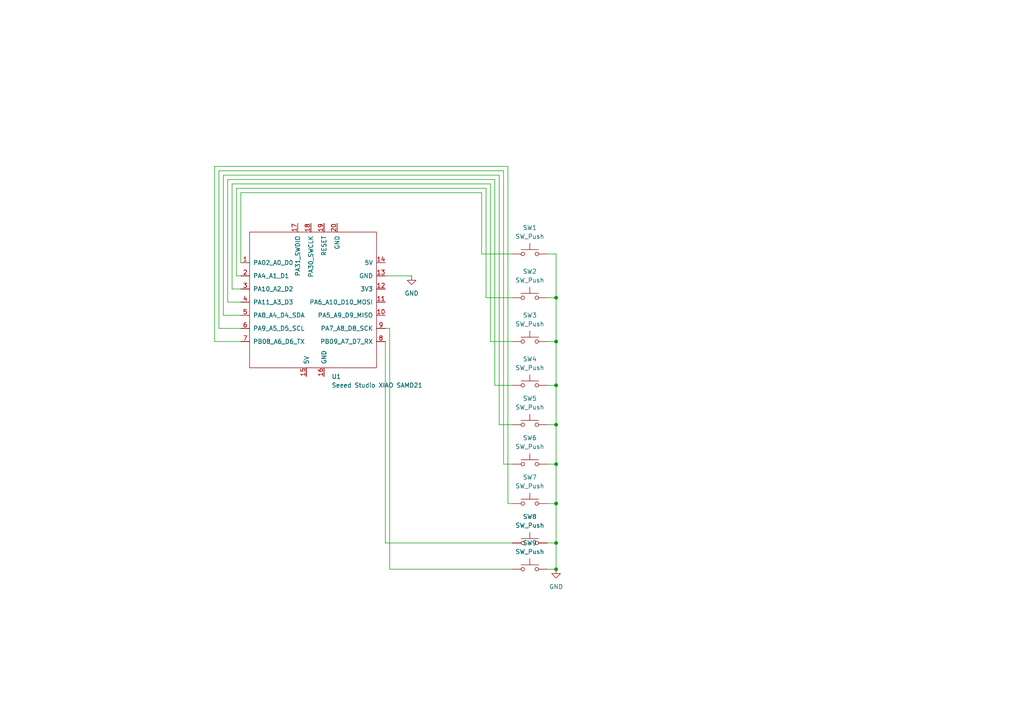
<source format=kicad_sch>
(kicad_sch (version 20231120) (generator "eeschema") (generator_version "8.0")
  (paper "A4")
  (lib_symbols
    (symbol "Seeed:Seeed Studio XIAO SAMD21" (pin_names (offset 1.016))
      (property "Reference" "U" (at -19.05 22.86 0))
      (property "Value" "Seeed Studio XIAO SAMD21" (at -12.7 21.59 0))
      (symbol "Seeed Studio XIAO SAMD21_0_1"
        (rectangle (start -19.05 20.32) (end 17.78 -19.05))
      )
      (symbol "Seeed Studio XIAO SAMD21_1_1"
        (pin unspecified line (at -21.59 11.43 0) (length 2.54) (name "PA02_A0_D0") (number "1"))
        (pin unspecified line (at 20.32 -3.81 180) (length 2.54) (name "PA5_A9_D9_MISO") (number "10"))
        (pin unspecified line (at 20.32 0 180) (length 2.54) (name "PA6_A10_D10_MOSI") (number "11"))
        (pin unspecified line (at 20.32 3.81 180) (length 2.54) (name "3V3") (number "12"))
        (pin unspecified line (at 20.32 7.62 180) (length 2.54) (name "GND") (number "13"))
        (pin unspecified line (at 20.32 11.43 180) (length 2.54) (name "5V") (number "14"))
        (pin input line (at -2.54 -21.59 90) (length 2.54) (name "5V") (number "15"))
        (pin input line (at 2.54 -21.59 90) (length 2.54) (name "GND") (number "16"))
        (pin input line (at -5.08 22.86 270) (length 2.54) (name "PA31_SWDIO") (number "17"))
        (pin input line (at -1.27 22.86 270) (length 2.54) (name "PA30_SWCLK") (number "18"))
        (pin input line (at 2.54 22.86 270) (length 2.54) (name "RESET") (number "19"))
        (pin unspecified line (at -21.59 7.62 0) (length 2.54) (name "PA4_A1_D1") (number "2"))
        (pin input line (at 6.35 22.86 270) (length 2.54) (name "GND") (number "20"))
        (pin unspecified line (at -21.59 3.81 0) (length 2.54) (name "PA10_A2_D2") (number "3"))
        (pin unspecified line (at -21.59 0 0) (length 2.54) (name "PA11_A3_D3") (number "4"))
        (pin unspecified line (at -21.59 -3.81 0) (length 2.54) (name "PA8_A4_D4_SDA") (number "5"))
        (pin unspecified line (at -21.59 -7.62 0) (length 2.54) (name "PA9_A5_D5_SCL") (number "6"))
        (pin unspecified line (at -21.59 -11.43 0) (length 2.54) (name "PB08_A6_D6_TX") (number "7"))
        (pin unspecified line (at 20.32 -11.43 180) (length 2.54) (name "PB09_A7_D7_RX") (number "8"))
        (pin unspecified line (at 20.32 -7.62 180) (length 2.54) (name "PA7_A8_D8_SCK") (number "9"))
      )
    )
    (symbol "Switch:SW_Push" (pin_numbers hide) (pin_names (offset 1.016) hide)
      (property "Reference" "SW" (at 1.27 2.54 0))
      (property "Value" "SW_Push" (at 0 -1.524 0))
      (symbol "SW_Push_0_1"
        (circle (center -2.032 0) (radius 0.508))
        (polyline (pts (xy 0 1.27) (xy 0 3.048)))
        (polyline (pts (xy 2.54 1.27) (xy -2.54 1.27)))
        (circle (center 2.032 0) (radius 0.508))
        (pin passive line (at -5.08 0 0) (length 2.54) (name "1") (number "1"))
        (pin passive line (at 5.08 0 180) (length 2.54) (name "2") (number "2"))
      )
    )
    (symbol "power:GND" (power) (pin_numbers hide) (pin_names (offset 0) hide)
      (property "Value" "GND" (at 0 -3.81 0))
      (symbol "GND_0_1"
        (polyline (pts (xy 0 0) (xy 0 -1.27) (xy 1.27 -1.27) (xy 0 -2.54) (xy -1.27 -1.27) (xy 0 -1.27)))
      )
      (symbol "GND_1_1"
        (pin power_in line (at 0 0 270) (length 0) (name "~") (number "1"))
      )
    )
  )
  (junction (at 161.29 99.06))
  (junction (at 161.29 165.1))
  (junction (at 161.29 134.62))
  (junction (at 161.29 123.19))
  (junction (at 161.29 86.36))
  (junction (at 161.29 157.48))
  (junction (at 161.29 111.76))
  (junction (at 161.29 146.05))
  (wire (pts (xy 158.75 99.06) (xy 161.29 99.06)))
  (wire (pts (xy 158.75 123.19) (xy 161.29 123.19)))
  (wire (pts (xy 158.75 134.62) (xy 161.29 134.62)))
  (wire (pts (xy 158.75 73.66) (xy 161.29 73.66)))
  (wire (pts (xy 146.05 49.53) (xy 146.05 134.62)))
  (wire (pts (xy 161.29 134.62) (xy 161.29 146.05)))
  (wire (pts (xy 67.31 53.34) (xy 142.24 53.34)))
  (wire (pts (xy 62.23 99.06) (xy 62.23 48.26)))
  (wire (pts (xy 158.75 146.05) (xy 161.29 146.05)))
  (wire (pts (xy 139.7 55.88) (xy 139.7 73.66)))
  (wire (pts (xy 142.24 53.34) (xy 142.24 99.06)))
  (wire (pts (xy 161.29 73.66) (xy 161.29 86.36)))
  (wire (pts (xy 158.75 111.76) (xy 161.29 111.76)))
  (wire (pts (xy 69.85 83.82) (xy 67.31 83.82)))
  (wire (pts (xy 67.31 83.82) (xy 67.31 53.34)))
  (wire (pts (xy 143.51 111.76) (xy 148.59 111.76)))
  (wire (pts (xy 69.85 95.25) (xy 63.5 95.25)))
  (wire (pts (xy 66.04 52.07) (xy 143.51 52.07)))
  (wire (pts (xy 66.04 87.63) (xy 66.04 52.07)))
  (wire (pts (xy 161.29 157.48) (xy 158.75 157.48)))
  (wire (pts (xy 140.97 54.61) (xy 140.97 86.36)))
  (wire (pts (xy 68.58 54.61) (xy 140.97 54.61)))
  (wire (pts (xy 113.03 165.1) (xy 148.59 165.1)))
  (wire (pts (xy 69.85 55.88) (xy 139.7 55.88)))
  (wire (pts (xy 68.58 80.01) (xy 68.58 54.61)))
  (wire (pts (xy 144.78 50.8) (xy 144.78 123.19)))
  (wire (pts (xy 161.29 165.1) (xy 161.29 157.48)))
  (wire (pts (xy 69.85 87.63) (xy 66.04 87.63)))
  (wire (pts (xy 64.77 91.44) (xy 64.77 50.8)))
  (wire (pts (xy 143.51 52.07) (xy 143.51 111.76)))
  (wire (pts (xy 113.03 95.25) (xy 113.03 165.1)))
  (wire (pts (xy 69.85 80.01) (xy 68.58 80.01)))
  (wire (pts (xy 62.23 48.26) (xy 147.32 48.26)))
  (wire (pts (xy 146.05 134.62) (xy 148.59 134.62)))
  (wire (pts (xy 142.24 99.06) (xy 148.59 99.06)))
  (wire (pts (xy 69.85 99.06) (xy 62.23 99.06)))
  (wire (pts (xy 69.85 91.44) (xy 64.77 91.44)))
  (wire (pts (xy 161.29 111.76) (xy 161.29 123.19)))
  (wire (pts (xy 64.77 50.8) (xy 144.78 50.8)))
  (wire (pts (xy 161.29 123.19) (xy 161.29 134.62)))
  (wire (pts (xy 111.76 99.06) (xy 111.76 157.48)))
  (wire (pts (xy 111.76 80.01) (xy 119.38 80.01)))
  (wire (pts (xy 161.29 146.05) (xy 161.29 157.48)))
  (wire (pts (xy 158.75 86.36) (xy 161.29 86.36)))
  (wire (pts (xy 63.5 49.53) (xy 146.05 49.53)))
  (wire (pts (xy 63.5 95.25) (xy 63.5 49.53)))
  (wire (pts (xy 69.85 76.2) (xy 69.85 55.88)))
  (wire (pts (xy 161.29 86.36) (xy 161.29 99.06)))
  (wire (pts (xy 140.97 86.36) (xy 148.59 86.36)))
  (wire (pts (xy 111.76 95.25) (xy 113.03 95.25)))
  (wire (pts (xy 144.78 123.19) (xy 148.59 123.19)))
  (wire (pts (xy 111.76 157.48) (xy 148.59 157.48)))
  (wire (pts (xy 139.7 73.66) (xy 148.59 73.66)))
  (wire (pts (xy 147.32 146.05) (xy 148.59 146.05)))
  (wire (pts (xy 147.32 48.26) (xy 147.32 146.05)))
  (wire (pts (xy 161.29 99.06) (xy 161.29 111.76)))
  (wire (pts (xy 158.75 165.1) (xy 161.29 165.1)))
  (symbol (lib_id "Seeed:Seeed Studio XIAO SAMD21") (at 91.44 87.63 0) (unit 1)
    (property "Reference" "U1" (at 96.1741 109.22 0) (effects (justify left)))
    (property "Value" "Seeed Studio XIAO SAMD21" (at 96.1741 111.76 0) (effects (justify left)))
    (property "Footprint" "Seeed:XIAO-RP2040-DIP" (effects (hide yes)))
  )
  (symbol (lib_id "Switch:SW_Push") (at 153.67 99.06 0) (unit 1)
    (property "Reference" "SW3" (at 153.67 91.44 0))
    (property "Value" "SW_Push" (at 153.67 93.98 0))
    (property "Footprint" "Button_Switch_Keyboard:SW_Cherry_MX_1.00u_PCB" (effects (hide yes)))
    (property "Description" "Push button switch, generic, two pins" (effects (hide yes)))
  )
  (symbol (lib_id "Switch:SW_Push") (at 153.67 134.62 0) (unit 1)
    (property "Reference" "SW6" (at 153.67 127 0))
    (property "Value" "SW_Push" (at 153.67 129.54 0))
    (property "Footprint" "Button_Switch_Keyboard:SW_Cherry_MX_1.00u_PCB" (effects (hide yes)))
    (property "Description" "Push button switch, generic, two pins" (effects (hide yes)))
  )
  (symbol (lib_id "Switch:SW_Push") (at 153.67 111.76 0) (unit 1)
    (property "Reference" "SW4" (at 153.67 104.14 0))
    (property "Value" "SW_Push" (at 153.67 106.68 0))
    (property "Footprint" "Button_Switch_Keyboard:SW_Cherry_MX_1.00u_PCB" (effects (hide yes)))
    (property "Description" "Push button switch, generic, two pins" (effects (hide yes)))
  )
  (symbol (lib_id "Switch:SW_Push") (at 153.67 73.66 0) (unit 1)
    (property "Reference" "SW1" (at 153.67 66.04 0))
    (property "Value" "SW_Push" (at 153.67 68.58 0))
    (property "Footprint" "Button_Switch_Keyboard:SW_Cherry_MX_1.00u_PCB" (effects (hide yes)))
    (property "Description" "Push button switch, generic, two pins" (effects (hide yes)))
  )
  (symbol (lib_id "power:GND") (at 119.38 80.01 0) (unit 1)
    (property "Reference" "#PWR01" (effects (hide yes)))
    (property "Value" "GND" (at 119.38 85.09 0))
    (property "Description" "Power symbol creates a global label with name \"GND\" , ground" (effects (hide yes)))
  )
  (symbol (lib_id "Switch:SW_Push") (at 153.67 157.48 0) (unit 1)
    (property "Reference" "SW8" (at 153.67 149.86 0))
    (property "Value" "SW_Push" (at 153.67 152.4 0))
    (property "Footprint" "Button_Switch_Keyboard:SW_Cherry_MX_1.00u_PCB" (effects (hide yes)))
    (property "Description" "Push button switch, generic, two pins" (effects (hide yes)))
  )
  (symbol (lib_id "Switch:SW_Push") (at 153.67 86.36 0) (unit 1)
    (property "Reference" "SW2" (at 153.67 78.74 0))
    (property "Value" "SW_Push" (at 153.67 81.28 0))
    (property "Footprint" "Button_Switch_Keyboard:SW_Cherry_MX_1.00u_PCB" (effects (hide yes)))
    (property "Description" "Push button switch, generic, two pins" (effects (hide yes)))
  )
  (symbol (lib_id "power:GND") (at 161.29 165.1 0) (unit 1)
    (property "Reference" "#PWR02" (effects (hide yes)))
    (property "Value" "GND" (at 161.29 170.18 0))
    (property "Description" "Power symbol creates a global label with name \"GND\" , ground" (effects (hide yes)))
  )
  (symbol (lib_id "Switch:SW_Push") (at 153.67 123.19 0) (unit 1)
    (property "Reference" "SW5" (at 153.67 115.57 0))
    (property "Value" "SW_Push" (at 153.67 118.11 0))
    (property "Footprint" "Button_Switch_Keyboard:SW_Cherry_MX_1.00u_PCB" (effects (hide yes)))
    (property "Description" "Push button switch, generic, two pins" (effects (hide yes)))
  )
  (symbol (lib_id "Switch:SW_Push") (at 153.67 146.05 0) (unit 1)
    (property "Reference" "SW7" (at 153.67 138.43 0))
    (property "Value" "SW_Push" (at 153.67 140.97 0))
    (property "Footprint" "Button_Switch_Keyboard:SW_Cherry_MX_1.00u_PCB" (effects (hide yes)))
    (property "Description" "Push button switch, generic, two pins" (effects (hide yes)))
  )
  (symbol (lib_id "Switch:SW_Push") (at 153.67 165.1 0) (unit 1)
    (property "Reference" "SW9" (at 153.67 157.48 0))
    (property "Value" "SW_Push" (at 153.67 160.02 0))
    (property "Footprint" "Button_Switch_Keyboard:SW_Cherry_MX_1.00u_PCB" (effects (hide yes)))
    (property "Description" "Push button switch, generic, two pins" (effects (hide yes)))
  )
)
</source>
